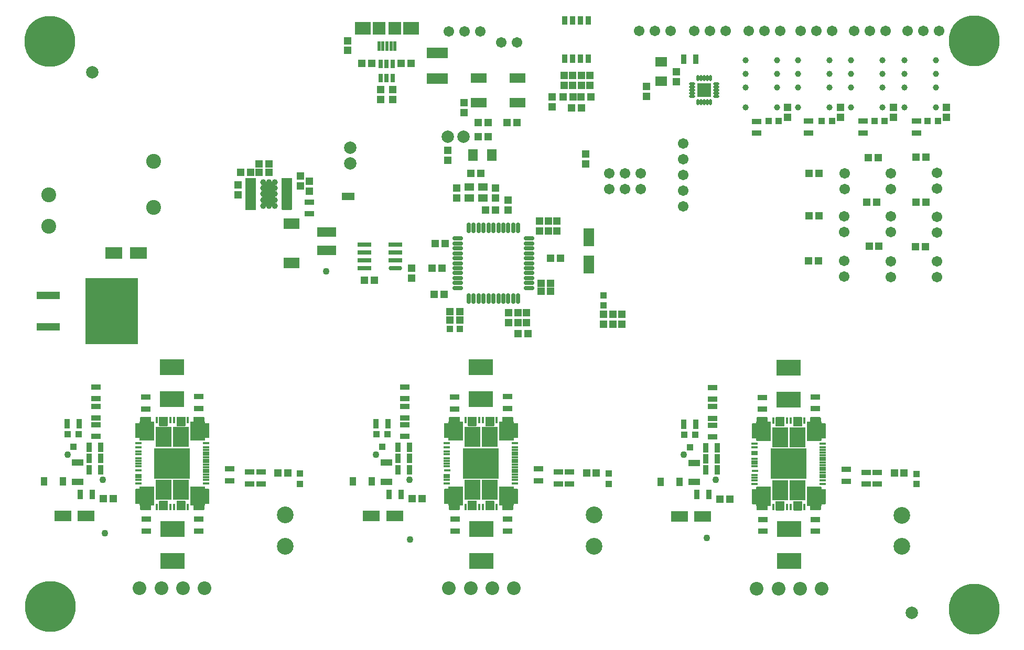
<source format=gts>
G04 Layer_Color=8388736*
%FSLAX44Y44*%
%MOMM*%
G71*
G01*
G75*
%ADD10C,1.1000*%
%ADD12C,1.0000*%
%ADD74R,0.8032X1.4032*%
%ADD75C,2.0000*%
%ADD76R,1.1532X1.2032*%
%ADD77R,0.9032X1.5032*%
%ADD78R,3.4032X1.7032*%
%ADD79R,1.5032X1.2032*%
%ADD80R,3.9032X2.6532*%
%ADD81R,2.5032X1.6032*%
%ADD82R,2.6032X3.3032*%
%ADD83R,5.8032X5.0032*%
%ADD84R,0.4032X0.9832*%
%ADD85R,0.9832X0.4032*%
%ADD86O,2.1832X0.7332*%
%ADD87R,2.1832X0.7332*%
%ADD88R,2.5032X2.1032*%
%ADD89R,2.0032X2.1032*%
%ADD90R,0.6032X1.6032*%
%ADD91R,1.2032X1.1532*%
%ADD92R,1.0032X1.0032*%
%ADD93R,1.9032X1.6032*%
%ADD94R,2.7032X1.9032*%
%ADD95R,3.7072X1.2192*%
%ADD96R,8.5832X10.6932*%
G04:AMPARAMS|DCode=97|XSize=0.6532mm|YSize=1.7032mm|CornerRadius=0.2141mm|HoleSize=0mm|Usage=FLASHONLY|Rotation=270.000|XOffset=0mm|YOffset=0mm|HoleType=Round|Shape=RoundedRectangle|*
%AMROUNDEDRECTD97*
21,1,0.6532,1.2750,0,0,270.0*
21,1,0.2250,1.7032,0,0,270.0*
1,1,0.4282,-0.6375,-0.1125*
1,1,0.4282,-0.6375,0.1125*
1,1,0.4282,0.6375,0.1125*
1,1,0.4282,0.6375,-0.1125*
%
%ADD97ROUNDEDRECTD97*%
%ADD98R,1.7032X0.6532*%
%ADD99R,2.1000X3.7000*%
%ADD100R,2.6032X1.7032*%
%ADD101R,3.1532X1.6032*%
%ADD102R,1.5032X0.9032*%
%ADD103R,1.0032X1.2032*%
%ADD104R,1.6032X1.9032*%
%ADD105O,0.7532X1.7032*%
%ADD106O,1.7032X0.7532*%
%ADD107R,1.0032X1.0032*%
%ADD108R,1.8032X3.0032*%
%ADD109O,0.4532X1.0032*%
%ADD110O,1.0032X0.4532*%
%ADD111R,2.3032X2.3032*%
%ADD112R,1.0032X1.1032*%
%ADD113R,1.0532X1.4032*%
%ADD114R,1.9052X1.1172*%
%ADD115R,2.7032X1.8032*%
%ADD116R,0.9632X1.4532*%
%ADD117C,2.4032*%
%ADD118C,1.7032*%
%ADD119C,1.0032*%
%ADD120C,2.0032*%
%ADD121C,2.2032*%
%ADD122C,2.7032*%
%ADD123C,8.2032*%
%ADD124C,0.8032*%
G36*
X298633Y244410D02*
X298764Y244384D01*
X298890Y244341D01*
X299009Y244282D01*
X299120Y244208D01*
X299220Y244120D01*
X299308Y244020D01*
X299382Y243909D01*
X299441Y243790D01*
X299483Y243664D01*
X299509Y243533D01*
X299518Y243400D01*
Y240518D01*
X305200Y240518D01*
X305333Y240509D01*
X305464Y240483D01*
X305590Y240441D01*
X305709Y240382D01*
X305820Y240308D01*
X305920Y240220D01*
X306008Y240120D01*
X306082Y240009D01*
X306141Y239890D01*
X306183Y239764D01*
X306209Y239633D01*
X306218Y239500D01*
Y217200D01*
X306209Y217067D01*
X306183Y216936D01*
X306141Y216810D01*
X306082Y216691D01*
X306008Y216580D01*
X305920Y216480D01*
X305820Y216392D01*
X305709Y216318D01*
X305590Y216259D01*
X305464Y216217D01*
X305333Y216191D01*
X305200Y216182D01*
X299618D01*
Y214500D01*
X299609Y214367D01*
X299583Y214237D01*
X299541Y214110D01*
X299482Y213991D01*
X299408Y213880D01*
X299320Y213780D01*
X299220Y213692D01*
X299109Y213618D01*
X298990Y213559D01*
X298864Y213517D01*
X298733Y213491D01*
X298600Y213482D01*
X298418D01*
Y207200D01*
X298409Y207067D01*
X298384Y206936D01*
X298341Y206810D01*
X298282Y206691D01*
X298208Y206580D01*
X298120Y206480D01*
X298020Y206392D01*
X297909Y206318D01*
X297790Y206259D01*
X297663Y206217D01*
X297533Y206190D01*
X297400Y206182D01*
X282100D01*
X281967Y206190D01*
X281836Y206217D01*
X281710Y206259D01*
X281591Y206318D01*
X281480Y206392D01*
X281380Y206480D01*
X281292Y206580D01*
X281218Y206691D01*
X281159Y206810D01*
X281117Y206936D01*
X281091Y207067D01*
X281082Y207200D01*
Y213482D01*
X276600D01*
X276467Y213491D01*
X276336Y213517D01*
X276210Y213559D01*
X276091Y213618D01*
X275980Y213692D01*
X275880Y213780D01*
X275792Y213880D01*
X275718Y213991D01*
X275659Y214110D01*
X275616Y214237D01*
X275590Y214367D01*
X275582Y214500D01*
Y243400D01*
X275590Y243533D01*
X275616Y243664D01*
X275659Y243790D01*
X275718Y243909D01*
X275792Y244020D01*
X275880Y244120D01*
X275980Y244208D01*
X276091Y244282D01*
X276210Y244341D01*
X276336Y244384D01*
X276467Y244410D01*
X276600Y244418D01*
X298500D01*
X298633Y244410D01*
D02*
G37*
G36*
X797293Y244410D02*
X797423Y244384D01*
X797550Y244341D01*
X797669Y244282D01*
X797780Y244208D01*
X797880Y244120D01*
X797968Y244020D01*
X798042Y243909D01*
X798101Y243790D01*
X798143Y243664D01*
X798169Y243533D01*
X798178Y243400D01*
Y240518D01*
X803860Y240518D01*
X803993Y240509D01*
X804124Y240483D01*
X804250Y240441D01*
X804369Y240382D01*
X804480Y240308D01*
X804580Y240220D01*
X804668Y240120D01*
X804742Y240009D01*
X804801Y239890D01*
X804843Y239764D01*
X804869Y239633D01*
X804878Y239500D01*
Y217200D01*
X804869Y217067D01*
X804843Y216936D01*
X804801Y216810D01*
X804742Y216691D01*
X804668Y216580D01*
X804580Y216480D01*
X804480Y216392D01*
X804369Y216318D01*
X804250Y216259D01*
X804124Y216217D01*
X803993Y216190D01*
X803860Y216182D01*
X798278D01*
Y214500D01*
X798269Y214367D01*
X798243Y214237D01*
X798201Y214110D01*
X798142Y213991D01*
X798068Y213880D01*
X797980Y213780D01*
X797880Y213692D01*
X797769Y213618D01*
X797650Y213559D01*
X797523Y213517D01*
X797393Y213491D01*
X797260Y213482D01*
X797078D01*
Y207200D01*
X797069Y207067D01*
X797043Y206936D01*
X797001Y206810D01*
X796942Y206691D01*
X796868Y206580D01*
X796780Y206480D01*
X796680Y206392D01*
X796569Y206318D01*
X796450Y206259D01*
X796323Y206217D01*
X796193Y206190D01*
X796060Y206182D01*
X780760D01*
X780627Y206190D01*
X780496Y206217D01*
X780370Y206259D01*
X780251Y206318D01*
X780140Y206392D01*
X780040Y206480D01*
X779952Y206580D01*
X779878Y206691D01*
X779819Y206810D01*
X779777Y206936D01*
X779751Y207067D01*
X779742Y207200D01*
Y213482D01*
X775260D01*
X775127Y213491D01*
X774996Y213517D01*
X774870Y213559D01*
X774751Y213618D01*
X774640Y213692D01*
X774540Y213780D01*
X774452Y213880D01*
X774378Y213991D01*
X774319Y214110D01*
X774277Y214237D01*
X774250Y214367D01*
X774242Y214500D01*
Y243400D01*
X774250Y243533D01*
X774277Y243664D01*
X774319Y243790D01*
X774378Y243909D01*
X774452Y244020D01*
X774540Y244120D01*
X774640Y244208D01*
X774751Y244282D01*
X774870Y244341D01*
X774996Y244384D01*
X775127Y244410D01*
X775260Y244418D01*
X797160D01*
X797293Y244410D01*
D02*
G37*
G36*
X267333Y221110D02*
X267463Y221084D01*
X267590Y221041D01*
X267709Y220982D01*
X267820Y220908D01*
X267920Y220820D01*
X268008Y220720D01*
X268082Y220609D01*
X268141Y220490D01*
X268183Y220364D01*
X268209Y220233D01*
X268218Y220100D01*
Y207100D01*
X268209Y206967D01*
X268183Y206836D01*
X268141Y206710D01*
X268082Y206591D01*
X268008Y206480D01*
X267920Y206380D01*
X267820Y206292D01*
X267709Y206218D01*
X267590Y206159D01*
X267463Y206117D01*
X267333Y206091D01*
X267200Y206082D01*
X254600D01*
X254467Y206091D01*
X254336Y206117D01*
X254210Y206159D01*
X254091Y206218D01*
X253980Y206292D01*
X253880Y206380D01*
X253792Y206480D01*
X253718Y206591D01*
X253659Y206710D01*
X253617Y206836D01*
X253591Y206967D01*
X253582Y207100D01*
Y220100D01*
X253591Y220233D01*
X253617Y220364D01*
X253659Y220490D01*
X253718Y220609D01*
X253792Y220720D01*
X253880Y220820D01*
X253980Y220908D01*
X254091Y220982D01*
X254210Y221041D01*
X254336Y221084D01*
X254467Y221110D01*
X254600Y221118D01*
X267200D01*
X267333Y221110D01*
D02*
G37*
G36*
X216933Y244410D02*
X217064Y244384D01*
X217190Y244341D01*
X217309Y244282D01*
X217420Y244208D01*
X217520Y244120D01*
X217608Y244020D01*
X217682Y243909D01*
X217741Y243790D01*
X217784Y243664D01*
X217810Y243533D01*
X217818Y243400D01*
Y214500D01*
X217810Y214367D01*
X217784Y214237D01*
X217741Y214110D01*
X217682Y213991D01*
X217608Y213880D01*
X217520Y213780D01*
X217420Y213692D01*
X217309Y213618D01*
X217190Y213559D01*
X217064Y213517D01*
X216933Y213491D01*
X216800Y213482D01*
X212318D01*
Y207200D01*
X212309Y207067D01*
X212283Y206936D01*
X212241Y206810D01*
X212182Y206691D01*
X212108Y206580D01*
X212020Y206480D01*
X211920Y206392D01*
X211809Y206318D01*
X211690Y206259D01*
X211563Y206217D01*
X211433Y206190D01*
X211300Y206182D01*
X196000D01*
X195867Y206190D01*
X195737Y206217D01*
X195610Y206259D01*
X195491Y206318D01*
X195380Y206392D01*
X195280Y206480D01*
X195192Y206580D01*
X195118Y206691D01*
X195059Y206810D01*
X195016Y206936D01*
X194991Y207067D01*
X194982Y207200D01*
Y213482D01*
X194800D01*
X194667Y213491D01*
X194536Y213517D01*
X194410Y213559D01*
X194291Y213618D01*
X194180Y213692D01*
X194080Y213780D01*
X193992Y213880D01*
X193918Y213991D01*
X193859Y214110D01*
X193817Y214237D01*
X193790Y214367D01*
X193782Y214500D01*
Y216182D01*
X188200Y216182D01*
X188067Y216191D01*
X187936Y216217D01*
X187810Y216259D01*
X187691Y216318D01*
X187580Y216392D01*
X187480Y216480D01*
X187392Y216580D01*
X187318Y216691D01*
X187259Y216810D01*
X187216Y216936D01*
X187190Y217067D01*
X187182Y217200D01*
Y239500D01*
X187190Y239633D01*
X187216Y239764D01*
X187259Y239890D01*
X187318Y240009D01*
X187392Y240120D01*
X187480Y240220D01*
X187580Y240308D01*
X187691Y240382D01*
X187810Y240441D01*
X187936Y240484D01*
X188067Y240510D01*
X188200Y240518D01*
X193882Y240518D01*
Y243400D01*
X193890Y243533D01*
X193916Y243664D01*
X193959Y243790D01*
X194018Y243909D01*
X194092Y244020D01*
X194180Y244120D01*
X194280Y244208D01*
X194391Y244282D01*
X194510Y244341D01*
X194636Y244384D01*
X194767Y244410D01*
X194900Y244418D01*
X216800D01*
X216933Y244410D01*
D02*
G37*
G36*
X715593Y244410D02*
X715723Y244384D01*
X715850Y244341D01*
X715969Y244282D01*
X716080Y244208D01*
X716180Y244120D01*
X716268Y244020D01*
X716342Y243909D01*
X716401Y243790D01*
X716443Y243664D01*
X716469Y243533D01*
X716478Y243400D01*
Y214500D01*
X716469Y214367D01*
X716443Y214237D01*
X716401Y214110D01*
X716342Y213991D01*
X716268Y213880D01*
X716180Y213780D01*
X716080Y213692D01*
X715969Y213618D01*
X715850Y213559D01*
X715723Y213517D01*
X715593Y213491D01*
X715460Y213482D01*
X710978D01*
Y207200D01*
X710969Y207067D01*
X710944Y206936D01*
X710901Y206810D01*
X710842Y206691D01*
X710768Y206580D01*
X710680Y206480D01*
X710580Y206392D01*
X710469Y206318D01*
X710350Y206259D01*
X710223Y206217D01*
X710093Y206190D01*
X709960Y206182D01*
X694660D01*
X694527Y206190D01*
X694397Y206217D01*
X694270Y206259D01*
X694151Y206318D01*
X694040Y206392D01*
X693940Y206480D01*
X693852Y206580D01*
X693778Y206691D01*
X693719Y206810D01*
X693677Y206936D01*
X693651Y207067D01*
X693642Y207200D01*
Y213482D01*
X693460D01*
X693327Y213491D01*
X693196Y213517D01*
X693070Y213559D01*
X692951Y213618D01*
X692840Y213692D01*
X692740Y213780D01*
X692652Y213880D01*
X692578Y213991D01*
X692519Y214110D01*
X692477Y214237D01*
X692450Y214367D01*
X692442Y214500D01*
Y216182D01*
X686860Y216182D01*
X686727Y216191D01*
X686596Y216217D01*
X686470Y216259D01*
X686351Y216318D01*
X686240Y216392D01*
X686140Y216480D01*
X686052Y216580D01*
X685978Y216691D01*
X685919Y216810D01*
X685876Y216936D01*
X685851Y217067D01*
X685842Y217200D01*
Y239500D01*
X685851Y239633D01*
X685876Y239764D01*
X685919Y239890D01*
X685978Y240009D01*
X686052Y240120D01*
X686140Y240220D01*
X686240Y240308D01*
X686351Y240382D01*
X686470Y240441D01*
X686596Y240484D01*
X686727Y240510D01*
X686860Y240518D01*
X692542Y240518D01*
Y243400D01*
X692551Y243533D01*
X692577Y243664D01*
X692619Y243790D01*
X692678Y243909D01*
X692752Y244020D01*
X692840Y244120D01*
X692940Y244208D01*
X693051Y244282D01*
X693170Y244341D01*
X693297Y244384D01*
X693427Y244410D01*
X693560Y244418D01*
X715460D01*
X715593Y244410D01*
D02*
G37*
G36*
X1212593Y243909D02*
X1212723Y243883D01*
X1212850Y243841D01*
X1212969Y243782D01*
X1213080Y243708D01*
X1213180Y243620D01*
X1213268Y243520D01*
X1213342Y243409D01*
X1213401Y243290D01*
X1213444Y243164D01*
X1213469Y243033D01*
X1213478Y242900D01*
Y214000D01*
X1213469Y213867D01*
X1213444Y213736D01*
X1213401Y213610D01*
X1213342Y213491D01*
X1213268Y213380D01*
X1213180Y213280D01*
X1213080Y213192D01*
X1212969Y213118D01*
X1212850Y213059D01*
X1212723Y213016D01*
X1212593Y212990D01*
X1212460Y212982D01*
X1207978D01*
Y206700D01*
X1207970Y206567D01*
X1207943Y206437D01*
X1207901Y206310D01*
X1207842Y206191D01*
X1207768Y206080D01*
X1207680Y205980D01*
X1207580Y205892D01*
X1207469Y205818D01*
X1207350Y205759D01*
X1207224Y205716D01*
X1207093Y205690D01*
X1206960Y205682D01*
X1191660D01*
X1191527Y205690D01*
X1191396Y205716D01*
X1191270Y205759D01*
X1191151Y205818D01*
X1191040Y205892D01*
X1190940Y205980D01*
X1190852Y206080D01*
X1190778Y206191D01*
X1190719Y206310D01*
X1190676Y206437D01*
X1190650Y206567D01*
X1190642Y206700D01*
Y212982D01*
X1190460D01*
X1190327Y212990D01*
X1190197Y213016D01*
X1190070Y213059D01*
X1189951Y213118D01*
X1189840Y213192D01*
X1189740Y213280D01*
X1189652Y213380D01*
X1189578Y213491D01*
X1189519Y213610D01*
X1189476Y213736D01*
X1189451Y213867D01*
X1189442Y214000D01*
Y215682D01*
X1183860Y215682D01*
X1183727Y215691D01*
X1183596Y215717D01*
X1183470Y215759D01*
X1183351Y215818D01*
X1183240Y215892D01*
X1183140Y215980D01*
X1183052Y216080D01*
X1182978Y216191D01*
X1182919Y216310D01*
X1182877Y216437D01*
X1182850Y216567D01*
X1182842Y216700D01*
Y239000D01*
X1182850Y239133D01*
X1182877Y239264D01*
X1182919Y239390D01*
X1182978Y239509D01*
X1183052Y239620D01*
X1183140Y239720D01*
X1183240Y239808D01*
X1183351Y239882D01*
X1183470Y239941D01*
X1183596Y239984D01*
X1183727Y240010D01*
X1183860Y240018D01*
X1189542Y240018D01*
Y242900D01*
X1189550Y243033D01*
X1189576Y243164D01*
X1189619Y243290D01*
X1189678Y243409D01*
X1189752Y243520D01*
X1189840Y243620D01*
X1189940Y243708D01*
X1190051Y243782D01*
X1190170Y243841D01*
X1190296Y243883D01*
X1190427Y243909D01*
X1190560Y243918D01*
X1212460D01*
X1212593Y243909D01*
D02*
G37*
G36*
X1294293D02*
X1294424Y243883D01*
X1294550Y243841D01*
X1294669Y243782D01*
X1294780Y243708D01*
X1294880Y243620D01*
X1294968Y243520D01*
X1295042Y243409D01*
X1295101Y243290D01*
X1295143Y243164D01*
X1295169Y243033D01*
X1295178Y242900D01*
Y240018D01*
X1300860Y240018D01*
X1300993Y240009D01*
X1301124Y239984D01*
X1301250Y239941D01*
X1301369Y239882D01*
X1301480Y239808D01*
X1301580Y239720D01*
X1301668Y239620D01*
X1301742Y239509D01*
X1301801Y239390D01*
X1301843Y239264D01*
X1301869Y239133D01*
X1301878Y239000D01*
Y216700D01*
X1301869Y216567D01*
X1301843Y216437D01*
X1301801Y216310D01*
X1301742Y216191D01*
X1301668Y216080D01*
X1301580Y215980D01*
X1301480Y215892D01*
X1301369Y215818D01*
X1301250Y215759D01*
X1301124Y215716D01*
X1300993Y215690D01*
X1300860Y215682D01*
X1295278D01*
Y214000D01*
X1295269Y213867D01*
X1295243Y213736D01*
X1295201Y213610D01*
X1295142Y213491D01*
X1295068Y213380D01*
X1294980Y213280D01*
X1294880Y213192D01*
X1294769Y213118D01*
X1294650Y213059D01*
X1294523Y213016D01*
X1294393Y212990D01*
X1294260Y212982D01*
X1294078D01*
Y206700D01*
X1294069Y206567D01*
X1294043Y206437D01*
X1294001Y206310D01*
X1293942Y206191D01*
X1293868Y206080D01*
X1293780Y205980D01*
X1293680Y205892D01*
X1293569Y205818D01*
X1293450Y205759D01*
X1293324Y205716D01*
X1293193Y205690D01*
X1293060Y205682D01*
X1277760D01*
X1277627Y205690D01*
X1277496Y205716D01*
X1277370Y205759D01*
X1277251Y205818D01*
X1277140Y205892D01*
X1277040Y205980D01*
X1276952Y206080D01*
X1276878Y206191D01*
X1276819Y206310D01*
X1276777Y206437D01*
X1276750Y206567D01*
X1276742Y206700D01*
Y212982D01*
X1272260D01*
X1272127Y212990D01*
X1271996Y213016D01*
X1271870Y213059D01*
X1271751Y213118D01*
X1271640Y213192D01*
X1271540Y213280D01*
X1271452Y213380D01*
X1271378Y213491D01*
X1271319Y213610D01*
X1271276Y213736D01*
X1271251Y213867D01*
X1271242Y214000D01*
Y242900D01*
X1271251Y243033D01*
X1271276Y243164D01*
X1271319Y243290D01*
X1271378Y243409D01*
X1271452Y243520D01*
X1271540Y243620D01*
X1271640Y243708D01*
X1271751Y243782D01*
X1271870Y243841D01*
X1271996Y243883D01*
X1272127Y243909D01*
X1272260Y243918D01*
X1294160D01*
X1294293Y243909D01*
D02*
G37*
G36*
X1262993Y220609D02*
X1263123Y220583D01*
X1263250Y220541D01*
X1263369Y220482D01*
X1263480Y220408D01*
X1263580Y220320D01*
X1263668Y220220D01*
X1263742Y220109D01*
X1263801Y219990D01*
X1263843Y219863D01*
X1263869Y219733D01*
X1263878Y219600D01*
Y206600D01*
X1263869Y206467D01*
X1263843Y206336D01*
X1263801Y206210D01*
X1263742Y206091D01*
X1263668Y205980D01*
X1263580Y205880D01*
X1263480Y205792D01*
X1263369Y205718D01*
X1263250Y205659D01*
X1263123Y205616D01*
X1262993Y205590D01*
X1262860Y205582D01*
X1250260D01*
X1250127Y205590D01*
X1249996Y205616D01*
X1249870Y205659D01*
X1249751Y205718D01*
X1249640Y205792D01*
X1249540Y205880D01*
X1249452Y205980D01*
X1249378Y206091D01*
X1249319Y206210D01*
X1249277Y206336D01*
X1249250Y206467D01*
X1249242Y206600D01*
Y219600D01*
X1249250Y219733D01*
X1249277Y219863D01*
X1249319Y219990D01*
X1249378Y220109D01*
X1249452Y220220D01*
X1249540Y220320D01*
X1249640Y220408D01*
X1249751Y220482D01*
X1249870Y220541D01*
X1249996Y220583D01*
X1250127Y220609D01*
X1250260Y220618D01*
X1262860D01*
X1262993Y220609D01*
D02*
G37*
G36*
X1234593D02*
X1234724Y220583D01*
X1234850Y220541D01*
X1234969Y220482D01*
X1235080Y220408D01*
X1235180Y220320D01*
X1235268Y220220D01*
X1235342Y220109D01*
X1235401Y219990D01*
X1235443Y219863D01*
X1235469Y219733D01*
X1235478Y219600D01*
Y206600D01*
X1235469Y206467D01*
X1235443Y206336D01*
X1235401Y206210D01*
X1235342Y206091D01*
X1235268Y205980D01*
X1235180Y205880D01*
X1235080Y205792D01*
X1234969Y205718D01*
X1234850Y205659D01*
X1234724Y205616D01*
X1234593Y205590D01*
X1234460Y205582D01*
X1221860D01*
X1221727Y205590D01*
X1221597Y205616D01*
X1221470Y205659D01*
X1221351Y205718D01*
X1221240Y205792D01*
X1221140Y205880D01*
X1221052Y205980D01*
X1220978Y206091D01*
X1220919Y206210D01*
X1220876Y206336D01*
X1220851Y206467D01*
X1220842Y206600D01*
Y219600D01*
X1220851Y219733D01*
X1220876Y219863D01*
X1220919Y219990D01*
X1220978Y220109D01*
X1221052Y220220D01*
X1221140Y220320D01*
X1221240Y220408D01*
X1221351Y220482D01*
X1221470Y220541D01*
X1221597Y220583D01*
X1221727Y220609D01*
X1221860Y220618D01*
X1234460D01*
X1234593Y220609D01*
D02*
G37*
G36*
X238933Y221110D02*
X239063Y221084D01*
X239190Y221041D01*
X239309Y220982D01*
X239420Y220908D01*
X239520Y220820D01*
X239608Y220720D01*
X239682Y220609D01*
X239741Y220490D01*
X239783Y220364D01*
X239809Y220233D01*
X239818Y220100D01*
Y207100D01*
X239809Y206967D01*
X239783Y206836D01*
X239741Y206710D01*
X239682Y206591D01*
X239608Y206480D01*
X239520Y206380D01*
X239420Y206292D01*
X239309Y206218D01*
X239190Y206159D01*
X239063Y206117D01*
X238933Y206091D01*
X238800Y206082D01*
X226200D01*
X226067Y206091D01*
X225937Y206117D01*
X225810Y206159D01*
X225691Y206218D01*
X225580Y206292D01*
X225480Y206380D01*
X225392Y206480D01*
X225318Y206591D01*
X225259Y206710D01*
X225217Y206836D01*
X225191Y206967D01*
X225182Y207100D01*
Y220100D01*
X225191Y220233D01*
X225217Y220364D01*
X225259Y220490D01*
X225318Y220609D01*
X225392Y220720D01*
X225480Y220820D01*
X225580Y220908D01*
X225691Y220982D01*
X225810Y221041D01*
X225937Y221084D01*
X226067Y221110D01*
X226200Y221118D01*
X238800D01*
X238933Y221110D01*
D02*
G37*
G36*
X765993Y221110D02*
X766124Y221084D01*
X766250Y221041D01*
X766369Y220982D01*
X766480Y220908D01*
X766580Y220820D01*
X766668Y220720D01*
X766742Y220609D01*
X766801Y220490D01*
X766843Y220364D01*
X766869Y220233D01*
X766878Y220100D01*
Y207100D01*
X766869Y206967D01*
X766843Y206836D01*
X766801Y206710D01*
X766742Y206591D01*
X766668Y206480D01*
X766580Y206380D01*
X766480Y206292D01*
X766369Y206218D01*
X766250Y206159D01*
X766124Y206117D01*
X765993Y206091D01*
X765860Y206082D01*
X753260D01*
X753127Y206091D01*
X752997Y206117D01*
X752870Y206159D01*
X752751Y206218D01*
X752640Y206292D01*
X752540Y206380D01*
X752452Y206480D01*
X752378Y206591D01*
X752319Y206710D01*
X752277Y206836D01*
X752251Y206967D01*
X752242Y207100D01*
Y220100D01*
X752251Y220233D01*
X752277Y220364D01*
X752319Y220490D01*
X752378Y220609D01*
X752452Y220720D01*
X752540Y220820D01*
X752640Y220908D01*
X752751Y220982D01*
X752870Y221041D01*
X752997Y221084D01*
X753127Y221110D01*
X753260Y221118D01*
X765860D01*
X765993Y221110D01*
D02*
G37*
G36*
X737593D02*
X737723Y221084D01*
X737850Y221041D01*
X737969Y220982D01*
X738080Y220908D01*
X738180Y220820D01*
X738268Y220720D01*
X738342Y220609D01*
X738401Y220490D01*
X738444Y220364D01*
X738469Y220233D01*
X738478Y220100D01*
Y207100D01*
X738469Y206967D01*
X738444Y206836D01*
X738401Y206710D01*
X738342Y206591D01*
X738268Y206480D01*
X738180Y206380D01*
X738080Y206292D01*
X737969Y206218D01*
X737850Y206159D01*
X737723Y206117D01*
X737593Y206091D01*
X737460Y206082D01*
X724860D01*
X724727Y206091D01*
X724596Y206117D01*
X724470Y206159D01*
X724351Y206218D01*
X724240Y206292D01*
X724140Y206380D01*
X724052Y206480D01*
X723978Y206591D01*
X723919Y206710D01*
X723876Y206836D01*
X723850Y206967D01*
X723842Y207100D01*
Y220100D01*
X723850Y220233D01*
X723876Y220364D01*
X723919Y220490D01*
X723978Y220609D01*
X724052Y220720D01*
X724140Y220820D01*
X724240Y220908D01*
X724351Y220982D01*
X724470Y221041D01*
X724596Y221084D01*
X724727Y221110D01*
X724860Y221118D01*
X737460D01*
X737593Y221110D01*
D02*
G37*
G36*
X737593Y356909D02*
X737723Y356884D01*
X737850Y356841D01*
X737969Y356782D01*
X738080Y356708D01*
X738180Y356620D01*
X738268Y356520D01*
X738342Y356409D01*
X738401Y356290D01*
X738443Y356163D01*
X738469Y356033D01*
X738478Y355900D01*
Y342900D01*
X738469Y342767D01*
X738443Y342636D01*
X738401Y342510D01*
X738342Y342391D01*
X738268Y342280D01*
X738180Y342180D01*
X738080Y342092D01*
X737969Y342018D01*
X737850Y341959D01*
X737723Y341917D01*
X737593Y341890D01*
X737460Y341882D01*
X724860D01*
X724727Y341890D01*
X724596Y341917D01*
X724470Y341959D01*
X724351Y342018D01*
X724240Y342092D01*
X724140Y342180D01*
X724052Y342280D01*
X723978Y342391D01*
X723919Y342510D01*
X723876Y342636D01*
X723850Y342767D01*
X723842Y342900D01*
Y355900D01*
X723850Y356033D01*
X723876Y356163D01*
X723919Y356290D01*
X723978Y356409D01*
X724052Y356520D01*
X724140Y356620D01*
X724240Y356708D01*
X724351Y356782D01*
X724470Y356841D01*
X724596Y356884D01*
X724727Y356909D01*
X724860Y356918D01*
X737460D01*
X737593Y356909D01*
D02*
G37*
G36*
X1262993Y356409D02*
X1263123Y356384D01*
X1263250Y356341D01*
X1263369Y356282D01*
X1263480Y356208D01*
X1263580Y356120D01*
X1263668Y356020D01*
X1263742Y355909D01*
X1263801Y355790D01*
X1263843Y355663D01*
X1263869Y355533D01*
X1263878Y355400D01*
Y342400D01*
X1263869Y342267D01*
X1263843Y342136D01*
X1263801Y342010D01*
X1263742Y341891D01*
X1263668Y341780D01*
X1263580Y341680D01*
X1263480Y341592D01*
X1263369Y341518D01*
X1263250Y341459D01*
X1263123Y341417D01*
X1262993Y341390D01*
X1262860Y341382D01*
X1250260D01*
X1250127Y341390D01*
X1249996Y341417D01*
X1249870Y341459D01*
X1249751Y341518D01*
X1249640Y341592D01*
X1249540Y341680D01*
X1249452Y341780D01*
X1249378Y341891D01*
X1249319Y342010D01*
X1249277Y342136D01*
X1249250Y342267D01*
X1249242Y342400D01*
Y355400D01*
X1249250Y355533D01*
X1249277Y355663D01*
X1249319Y355790D01*
X1249378Y355909D01*
X1249452Y356020D01*
X1249540Y356120D01*
X1249640Y356208D01*
X1249751Y356282D01*
X1249870Y356341D01*
X1249996Y356384D01*
X1250127Y356409D01*
X1250260Y356418D01*
X1262860D01*
X1262993Y356409D01*
D02*
G37*
G36*
X1234593Y356409D02*
X1234724Y356384D01*
X1234850Y356341D01*
X1234969Y356282D01*
X1235080Y356208D01*
X1235180Y356120D01*
X1235268Y356020D01*
X1235342Y355909D01*
X1235401Y355790D01*
X1235443Y355663D01*
X1235469Y355533D01*
X1235478Y355400D01*
Y342400D01*
X1235469Y342267D01*
X1235443Y342136D01*
X1235401Y342010D01*
X1235342Y341891D01*
X1235268Y341780D01*
X1235180Y341680D01*
X1235080Y341592D01*
X1234969Y341518D01*
X1234850Y341459D01*
X1234724Y341417D01*
X1234593Y341390D01*
X1234460Y341382D01*
X1221860D01*
X1221727Y341390D01*
X1221596Y341417D01*
X1221470Y341459D01*
X1221351Y341518D01*
X1221240Y341592D01*
X1221140Y341680D01*
X1221052Y341780D01*
X1220978Y341891D01*
X1220919Y342010D01*
X1220876Y342136D01*
X1220851Y342267D01*
X1220842Y342400D01*
Y355400D01*
X1220851Y355533D01*
X1220876Y355663D01*
X1220919Y355790D01*
X1220978Y355909D01*
X1221052Y356020D01*
X1221140Y356120D01*
X1221240Y356208D01*
X1221351Y356282D01*
X1221470Y356341D01*
X1221596Y356384D01*
X1221727Y356409D01*
X1221860Y356418D01*
X1234460D01*
X1234593Y356409D01*
D02*
G37*
G36*
X267333Y356909D02*
X267463Y356884D01*
X267590Y356841D01*
X267709Y356782D01*
X267820Y356708D01*
X267920Y356620D01*
X268008Y356520D01*
X268082Y356409D01*
X268141Y356290D01*
X268183Y356163D01*
X268209Y356033D01*
X268218Y355900D01*
Y342900D01*
X268209Y342767D01*
X268183Y342636D01*
X268141Y342510D01*
X268082Y342391D01*
X268008Y342280D01*
X267920Y342180D01*
X267820Y342092D01*
X267709Y342018D01*
X267590Y341959D01*
X267463Y341917D01*
X267333Y341891D01*
X267200Y341882D01*
X254600D01*
X254467Y341891D01*
X254336Y341917D01*
X254210Y341959D01*
X254091Y342018D01*
X253980Y342092D01*
X253880Y342180D01*
X253792Y342280D01*
X253718Y342391D01*
X253659Y342510D01*
X253617Y342636D01*
X253591Y342767D01*
X253582Y342900D01*
Y355900D01*
X253591Y356033D01*
X253617Y356163D01*
X253659Y356290D01*
X253718Y356409D01*
X253792Y356520D01*
X253880Y356620D01*
X253980Y356708D01*
X254091Y356782D01*
X254210Y356841D01*
X254336Y356884D01*
X254467Y356909D01*
X254600Y356918D01*
X267200D01*
X267333Y356909D01*
D02*
G37*
G36*
X765993Y356909D02*
X766124Y356884D01*
X766250Y356841D01*
X766369Y356782D01*
X766480Y356708D01*
X766580Y356620D01*
X766668Y356520D01*
X766742Y356409D01*
X766801Y356290D01*
X766843Y356163D01*
X766869Y356033D01*
X766878Y355900D01*
Y342900D01*
X766869Y342767D01*
X766843Y342636D01*
X766801Y342510D01*
X766742Y342391D01*
X766668Y342280D01*
X766580Y342180D01*
X766480Y342092D01*
X766369Y342018D01*
X766250Y341959D01*
X766124Y341917D01*
X765993Y341890D01*
X765860Y341882D01*
X753260D01*
X753127Y341890D01*
X752997Y341917D01*
X752870Y341959D01*
X752751Y342018D01*
X752640Y342092D01*
X752540Y342180D01*
X752452Y342280D01*
X752378Y342391D01*
X752319Y342510D01*
X752277Y342636D01*
X752251Y342767D01*
X752242Y342900D01*
Y355900D01*
X752251Y356033D01*
X752277Y356163D01*
X752319Y356290D01*
X752378Y356409D01*
X752452Y356520D01*
X752540Y356620D01*
X752640Y356708D01*
X752751Y356782D01*
X752870Y356841D01*
X752997Y356884D01*
X753127Y356909D01*
X753260Y356918D01*
X765860D01*
X765993Y356909D01*
D02*
G37*
G36*
X238933D02*
X239063Y356884D01*
X239190Y356841D01*
X239309Y356782D01*
X239420Y356708D01*
X239520Y356620D01*
X239608Y356520D01*
X239682Y356409D01*
X239741Y356290D01*
X239783Y356163D01*
X239809Y356033D01*
X239818Y355900D01*
Y342900D01*
X239809Y342767D01*
X239783Y342636D01*
X239741Y342510D01*
X239682Y342391D01*
X239608Y342280D01*
X239520Y342180D01*
X239420Y342092D01*
X239309Y342018D01*
X239190Y341959D01*
X239063Y341917D01*
X238933Y341890D01*
X238800Y341882D01*
X226200D01*
X226067Y341890D01*
X225937Y341917D01*
X225810Y341959D01*
X225691Y342018D01*
X225580Y342092D01*
X225480Y342180D01*
X225392Y342280D01*
X225318Y342391D01*
X225259Y342510D01*
X225217Y342636D01*
X225191Y342767D01*
X225182Y342900D01*
Y355900D01*
X225191Y356033D01*
X225217Y356163D01*
X225259Y356290D01*
X225318Y356409D01*
X225392Y356520D01*
X225480Y356620D01*
X225580Y356708D01*
X225691Y356782D01*
X225810Y356841D01*
X225937Y356884D01*
X226067Y356909D01*
X226200Y356918D01*
X238800D01*
X238933Y356909D01*
D02*
G37*
G36*
X710093Y356810D02*
X710223Y356783D01*
X710350Y356741D01*
X710469Y356682D01*
X710580Y356608D01*
X710680Y356520D01*
X710768Y356420D01*
X710842Y356309D01*
X710901Y356190D01*
X710944Y356063D01*
X710969Y355933D01*
X710978Y355800D01*
Y349518D01*
X715460D01*
X715593Y349510D01*
X715723Y349483D01*
X715850Y349441D01*
X715969Y349382D01*
X716080Y349308D01*
X716180Y349220D01*
X716268Y349120D01*
X716342Y349009D01*
X716401Y348890D01*
X716443Y348764D01*
X716469Y348633D01*
X716478Y348500D01*
Y319600D01*
X716469Y319467D01*
X716443Y319336D01*
X716401Y319210D01*
X716342Y319091D01*
X716268Y318980D01*
X716180Y318880D01*
X716080Y318792D01*
X715969Y318718D01*
X715850Y318659D01*
X715723Y318617D01*
X715593Y318591D01*
X715460Y318582D01*
X693560D01*
X693427Y318591D01*
X693297Y318617D01*
X693170Y318659D01*
X693051Y318718D01*
X692940Y318792D01*
X692840Y318880D01*
X692752Y318980D01*
X692678Y319091D01*
X692619Y319210D01*
X692577Y319336D01*
X692551Y319467D01*
X692542Y319600D01*
Y322482D01*
X686860Y322482D01*
X686727Y322491D01*
X686597Y322517D01*
X686470Y322559D01*
X686351Y322618D01*
X686240Y322692D01*
X686140Y322780D01*
X686052Y322880D01*
X685978Y322991D01*
X685919Y323110D01*
X685876Y323236D01*
X685851Y323367D01*
X685842Y323500D01*
Y345800D01*
X685851Y345933D01*
X685876Y346063D01*
X685919Y346190D01*
X685978Y346309D01*
X686052Y346420D01*
X686140Y346520D01*
X686240Y346608D01*
X686351Y346682D01*
X686470Y346741D01*
X686597Y346783D01*
X686727Y346810D01*
X686860Y346818D01*
X692442D01*
Y348500D01*
X692450Y348633D01*
X692477Y348764D01*
X692519Y348890D01*
X692578Y349009D01*
X692652Y349120D01*
X692740Y349220D01*
X692840Y349308D01*
X692951Y349382D01*
X693070Y349441D01*
X693196Y349483D01*
X693327Y349510D01*
X693460Y349518D01*
X693642D01*
Y355800D01*
X693651Y355933D01*
X693677Y356063D01*
X693719Y356190D01*
X693778Y356309D01*
X693852Y356420D01*
X693940Y356520D01*
X694040Y356608D01*
X694151Y356682D01*
X694270Y356741D01*
X694397Y356783D01*
X694527Y356810D01*
X694660Y356818D01*
X709960D01*
X710093Y356810D01*
D02*
G37*
G36*
X1293193Y356310D02*
X1293324Y356283D01*
X1293450Y356241D01*
X1293569Y356182D01*
X1293680Y356108D01*
X1293780Y356020D01*
X1293868Y355920D01*
X1293942Y355809D01*
X1294001Y355690D01*
X1294043Y355564D01*
X1294069Y355433D01*
X1294078Y355300D01*
Y349018D01*
X1294260D01*
X1294393Y349010D01*
X1294523Y348983D01*
X1294650Y348941D01*
X1294769Y348882D01*
X1294880Y348808D01*
X1294980Y348720D01*
X1295068Y348620D01*
X1295142Y348509D01*
X1295201Y348390D01*
X1295243Y348264D01*
X1295269Y348133D01*
X1295278Y348000D01*
Y346318D01*
X1300860D01*
X1300993Y346310D01*
X1301124Y346283D01*
X1301250Y346241D01*
X1301369Y346182D01*
X1301480Y346108D01*
X1301580Y346020D01*
X1301668Y345920D01*
X1301742Y345809D01*
X1301801Y345690D01*
X1301843Y345564D01*
X1301869Y345433D01*
X1301878Y345300D01*
Y323000D01*
X1301869Y322867D01*
X1301843Y322737D01*
X1301801Y322610D01*
X1301742Y322491D01*
X1301668Y322380D01*
X1301580Y322280D01*
X1301480Y322192D01*
X1301369Y322118D01*
X1301250Y322059D01*
X1301124Y322016D01*
X1300993Y321991D01*
X1300860Y321982D01*
X1295178D01*
Y319100D01*
X1295169Y318967D01*
X1295143Y318836D01*
X1295101Y318710D01*
X1295042Y318591D01*
X1294968Y318480D01*
X1294880Y318380D01*
X1294780Y318292D01*
X1294669Y318218D01*
X1294550Y318159D01*
X1294424Y318116D01*
X1294293Y318090D01*
X1294160Y318082D01*
X1272260D01*
X1272127Y318090D01*
X1271996Y318116D01*
X1271870Y318159D01*
X1271751Y318218D01*
X1271640Y318292D01*
X1271540Y318380D01*
X1271452Y318480D01*
X1271378Y318591D01*
X1271319Y318710D01*
X1271276Y318836D01*
X1271251Y318967D01*
X1271242Y319100D01*
Y348000D01*
X1271251Y348133D01*
X1271276Y348264D01*
X1271319Y348390D01*
X1271378Y348509D01*
X1271452Y348620D01*
X1271540Y348720D01*
X1271640Y348808D01*
X1271751Y348882D01*
X1271870Y348941D01*
X1271996Y348983D01*
X1272127Y349010D01*
X1272260Y349018D01*
X1276742D01*
Y355300D01*
X1276750Y355433D01*
X1276777Y355564D01*
X1276819Y355690D01*
X1276878Y355809D01*
X1276952Y355920D01*
X1277040Y356020D01*
X1277140Y356108D01*
X1277251Y356182D01*
X1277370Y356241D01*
X1277496Y356283D01*
X1277627Y356310D01*
X1277760Y356318D01*
X1293060D01*
X1293193Y356310D01*
D02*
G37*
G36*
X1207093D02*
X1207224Y356283D01*
X1207350Y356241D01*
X1207469Y356182D01*
X1207580Y356108D01*
X1207680Y356020D01*
X1207768Y355920D01*
X1207842Y355809D01*
X1207901Y355690D01*
X1207943Y355564D01*
X1207970Y355433D01*
X1207978Y355300D01*
Y349018D01*
X1212460D01*
X1212593Y349010D01*
X1212723Y348983D01*
X1212850Y348941D01*
X1212969Y348882D01*
X1213080Y348808D01*
X1213180Y348720D01*
X1213268Y348620D01*
X1213342Y348509D01*
X1213401Y348390D01*
X1213444Y348264D01*
X1213469Y348133D01*
X1213478Y348000D01*
Y319100D01*
X1213469Y318967D01*
X1213444Y318836D01*
X1213401Y318710D01*
X1213342Y318591D01*
X1213268Y318480D01*
X1213180Y318380D01*
X1213080Y318292D01*
X1212969Y318218D01*
X1212850Y318159D01*
X1212723Y318116D01*
X1212593Y318090D01*
X1212460Y318082D01*
X1190560D01*
X1190427Y318090D01*
X1190296Y318116D01*
X1190170Y318159D01*
X1190051Y318218D01*
X1189940Y318292D01*
X1189840Y318380D01*
X1189752Y318480D01*
X1189678Y318591D01*
X1189619Y318710D01*
X1189576Y318836D01*
X1189550Y318967D01*
X1189542Y319100D01*
Y321982D01*
X1183860Y321982D01*
X1183727Y321991D01*
X1183596Y322016D01*
X1183470Y322059D01*
X1183351Y322118D01*
X1183240Y322192D01*
X1183140Y322280D01*
X1183052Y322380D01*
X1182978Y322491D01*
X1182919Y322610D01*
X1182877Y322736D01*
X1182850Y322867D01*
X1182842Y323000D01*
Y345300D01*
X1182850Y345433D01*
X1182877Y345564D01*
X1182919Y345690D01*
X1182978Y345809D01*
X1183052Y345920D01*
X1183140Y346020D01*
X1183240Y346108D01*
X1183351Y346182D01*
X1183470Y346241D01*
X1183596Y346283D01*
X1183727Y346310D01*
X1183860Y346318D01*
X1189442D01*
Y348000D01*
X1189451Y348133D01*
X1189476Y348264D01*
X1189519Y348390D01*
X1189578Y348509D01*
X1189652Y348620D01*
X1189740Y348720D01*
X1189840Y348808D01*
X1189951Y348882D01*
X1190070Y348941D01*
X1190197Y348983D01*
X1190327Y349010D01*
X1190460Y349018D01*
X1190642D01*
Y355300D01*
X1190650Y355433D01*
X1190676Y355564D01*
X1190719Y355690D01*
X1190778Y355809D01*
X1190852Y355920D01*
X1190940Y356020D01*
X1191040Y356108D01*
X1191151Y356182D01*
X1191270Y356241D01*
X1191396Y356283D01*
X1191527Y356310D01*
X1191660Y356318D01*
X1206960D01*
X1207093Y356310D01*
D02*
G37*
G36*
X297533Y356810D02*
X297663Y356783D01*
X297790Y356741D01*
X297909Y356682D01*
X298020Y356608D01*
X298120Y356520D01*
X298208Y356420D01*
X298282Y356309D01*
X298341Y356190D01*
X298384Y356064D01*
X298409Y355933D01*
X298418Y355800D01*
Y349518D01*
X298600D01*
X298733Y349510D01*
X298864Y349483D01*
X298990Y349441D01*
X299109Y349382D01*
X299220Y349308D01*
X299320Y349220D01*
X299408Y349120D01*
X299482Y349009D01*
X299541Y348890D01*
X299583Y348764D01*
X299609Y348633D01*
X299618Y348500D01*
Y346818D01*
X305200D01*
X305333Y346810D01*
X305464Y346783D01*
X305590Y346741D01*
X305709Y346682D01*
X305820Y346608D01*
X305920Y346520D01*
X306008Y346420D01*
X306082Y346309D01*
X306141Y346190D01*
X306183Y346063D01*
X306209Y345933D01*
X306218Y345800D01*
Y323500D01*
X306209Y323367D01*
X306183Y323237D01*
X306141Y323110D01*
X306082Y322991D01*
X306008Y322880D01*
X305920Y322780D01*
X305820Y322692D01*
X305709Y322618D01*
X305590Y322559D01*
X305464Y322517D01*
X305333Y322491D01*
X305200Y322482D01*
X299518D01*
Y319600D01*
X299509Y319467D01*
X299483Y319336D01*
X299441Y319210D01*
X299382Y319091D01*
X299308Y318980D01*
X299220Y318880D01*
X299120Y318792D01*
X299009Y318718D01*
X298890Y318659D01*
X298764Y318617D01*
X298633Y318591D01*
X298500Y318582D01*
X276600D01*
X276467Y318591D01*
X276336Y318617D01*
X276210Y318659D01*
X276091Y318718D01*
X275980Y318792D01*
X275880Y318880D01*
X275792Y318980D01*
X275718Y319091D01*
X275659Y319210D01*
X275616Y319336D01*
X275590Y319467D01*
X275582Y319600D01*
Y348500D01*
X275590Y348633D01*
X275616Y348764D01*
X275659Y348890D01*
X275718Y349009D01*
X275792Y349120D01*
X275880Y349220D01*
X275980Y349308D01*
X276091Y349382D01*
X276210Y349441D01*
X276336Y349483D01*
X276467Y349510D01*
X276600Y349518D01*
X281082D01*
Y355800D01*
X281091Y355933D01*
X281117Y356064D01*
X281159Y356190D01*
X281218Y356309D01*
X281292Y356420D01*
X281380Y356520D01*
X281480Y356608D01*
X281591Y356682D01*
X281710Y356741D01*
X281836Y356783D01*
X281967Y356810D01*
X282100Y356818D01*
X297400D01*
X297533Y356810D01*
D02*
G37*
G36*
X211433D02*
X211563Y356783D01*
X211690Y356741D01*
X211809Y356682D01*
X211920Y356608D01*
X212020Y356520D01*
X212108Y356420D01*
X212182Y356309D01*
X212241Y356190D01*
X212283Y356064D01*
X212309Y355933D01*
X212318Y355800D01*
Y349518D01*
X216800D01*
X216933Y349510D01*
X217064Y349483D01*
X217190Y349441D01*
X217309Y349382D01*
X217420Y349308D01*
X217520Y349220D01*
X217608Y349120D01*
X217682Y349009D01*
X217741Y348890D01*
X217784Y348764D01*
X217810Y348633D01*
X217818Y348500D01*
Y319600D01*
X217810Y319467D01*
X217784Y319336D01*
X217741Y319210D01*
X217682Y319091D01*
X217608Y318980D01*
X217520Y318880D01*
X217420Y318792D01*
X217309Y318718D01*
X217190Y318659D01*
X217064Y318617D01*
X216933Y318591D01*
X216800Y318582D01*
X194900D01*
X194767Y318591D01*
X194636Y318617D01*
X194510Y318659D01*
X194391Y318718D01*
X194280Y318792D01*
X194180Y318880D01*
X194092Y318980D01*
X194018Y319091D01*
X193959Y319210D01*
X193916Y319336D01*
X193890Y319467D01*
X193882Y319600D01*
Y322482D01*
X188200Y322482D01*
X188067Y322491D01*
X187936Y322517D01*
X187810Y322559D01*
X187691Y322618D01*
X187580Y322692D01*
X187480Y322780D01*
X187392Y322880D01*
X187318Y322991D01*
X187259Y323110D01*
X187216Y323237D01*
X187190Y323367D01*
X187182Y323500D01*
Y345800D01*
X187190Y345933D01*
X187216Y346063D01*
X187259Y346190D01*
X187318Y346309D01*
X187392Y346420D01*
X187480Y346520D01*
X187580Y346608D01*
X187691Y346682D01*
X187810Y346741D01*
X187936Y346783D01*
X188067Y346810D01*
X188200Y346818D01*
X193782D01*
Y348500D01*
X193790Y348633D01*
X193817Y348764D01*
X193859Y348890D01*
X193918Y349009D01*
X193992Y349120D01*
X194080Y349220D01*
X194180Y349308D01*
X194291Y349382D01*
X194410Y349441D01*
X194536Y349483D01*
X194667Y349510D01*
X194800Y349518D01*
X194982D01*
Y355800D01*
X194991Y355933D01*
X195016Y356064D01*
X195059Y356190D01*
X195118Y356309D01*
X195192Y356420D01*
X195280Y356520D01*
X195380Y356608D01*
X195491Y356682D01*
X195610Y356741D01*
X195737Y356783D01*
X195867Y356810D01*
X196000Y356818D01*
X211300D01*
X211433Y356810D01*
D02*
G37*
G36*
X796193Y356810D02*
X796323Y356783D01*
X796450Y356741D01*
X796569Y356682D01*
X796680Y356608D01*
X796780Y356520D01*
X796868Y356420D01*
X796942Y356309D01*
X797001Y356190D01*
X797043Y356063D01*
X797069Y355933D01*
X797078Y355800D01*
Y349518D01*
X797260D01*
X797393Y349510D01*
X797523Y349483D01*
X797650Y349441D01*
X797769Y349382D01*
X797880Y349308D01*
X797980Y349220D01*
X798068Y349120D01*
X798142Y349009D01*
X798201Y348890D01*
X798243Y348764D01*
X798269Y348633D01*
X798278Y348500D01*
Y346818D01*
X803860D01*
X803993Y346810D01*
X804124Y346783D01*
X804250Y346741D01*
X804369Y346682D01*
X804480Y346608D01*
X804580Y346520D01*
X804668Y346420D01*
X804742Y346309D01*
X804801Y346190D01*
X804843Y346063D01*
X804869Y345933D01*
X804878Y345800D01*
Y323500D01*
X804869Y323367D01*
X804843Y323237D01*
X804801Y323110D01*
X804742Y322991D01*
X804668Y322880D01*
X804580Y322780D01*
X804480Y322692D01*
X804369Y322618D01*
X804250Y322559D01*
X804124Y322517D01*
X803993Y322491D01*
X803860Y322482D01*
X798178D01*
Y319600D01*
X798169Y319467D01*
X798143Y319336D01*
X798101Y319210D01*
X798042Y319091D01*
X797968Y318980D01*
X797880Y318880D01*
X797780Y318792D01*
X797669Y318718D01*
X797550Y318659D01*
X797423Y318617D01*
X797293Y318591D01*
X797160Y318582D01*
X775260D01*
X775127Y318591D01*
X774996Y318617D01*
X774870Y318659D01*
X774751Y318718D01*
X774640Y318792D01*
X774540Y318880D01*
X774452Y318980D01*
X774378Y319091D01*
X774319Y319210D01*
X774277Y319336D01*
X774250Y319467D01*
X774242Y319600D01*
Y348500D01*
X774250Y348633D01*
X774277Y348764D01*
X774319Y348890D01*
X774378Y349009D01*
X774452Y349120D01*
X774540Y349220D01*
X774640Y349308D01*
X774751Y349382D01*
X774870Y349441D01*
X774996Y349483D01*
X775127Y349510D01*
X775260Y349518D01*
X779742D01*
Y355800D01*
X779751Y355933D01*
X779777Y356063D01*
X779819Y356190D01*
X779878Y356309D01*
X779952Y356420D01*
X780040Y356520D01*
X780140Y356608D01*
X780251Y356682D01*
X780370Y356741D01*
X780496Y356783D01*
X780627Y356810D01*
X780760Y356818D01*
X796060D01*
X796193Y356810D01*
D02*
G37*
D10*
X630000Y255500D02*
D03*
X575500Y295500D02*
D03*
X134500Y255500D02*
D03*
X77500Y295500D02*
D03*
X138000Y169000D02*
D03*
X631000Y159000D02*
D03*
X1110000Y161000D02*
D03*
X1124072Y255000D02*
D03*
X1072500Y295500D02*
D03*
X495000Y592500D02*
D03*
D12*
X206700Y228500D02*
D03*
X205700Y334500D02*
D03*
X286700Y336500D02*
D03*
X287700Y228500D02*
D03*
X786360Y228500D02*
D03*
X785360Y336500D02*
D03*
X704360Y334500D02*
D03*
X705360Y228500D02*
D03*
X1202360Y228000D02*
D03*
X1201360Y334000D02*
D03*
X1282360Y336000D02*
D03*
X1283360Y228000D02*
D03*
D74*
X583500Y927500D02*
D03*
X593000D02*
D03*
X602500D02*
D03*
Y904500D02*
D03*
X593000D02*
D03*
X583500D02*
D03*
D75*
X1441000Y40000D02*
D03*
X117500Y914000D02*
D03*
D76*
X557000Y578000D02*
D03*
X573000D02*
D03*
X858000Y560000D02*
D03*
X842000D02*
D03*
X417000Y266500D02*
D03*
X433000D02*
D03*
X915660Y266500D02*
D03*
X931660D02*
D03*
X1412660Y266000D02*
D03*
X1428660D02*
D03*
X553000Y928000D02*
D03*
X569000D02*
D03*
X632000D02*
D03*
X616000D02*
D03*
X893590Y873840D02*
D03*
X877590D02*
D03*
X922800D02*
D03*
X906800D02*
D03*
X907560Y856060D02*
D03*
X891560D02*
D03*
X373500Y752000D02*
D03*
X357500D02*
D03*
X403000Y765500D02*
D03*
X387000D02*
D03*
X387000Y752000D02*
D03*
X403000D02*
D03*
X756650Y832370D02*
D03*
X740650D02*
D03*
X787640Y832370D02*
D03*
X803640D02*
D03*
X740650Y809510D02*
D03*
X756650Y809510D02*
D03*
X745000Y750000D02*
D03*
X729000D02*
D03*
X752340Y691540D02*
D03*
X768340D02*
D03*
X671000Y637000D02*
D03*
X687000D02*
D03*
X666000Y597000D02*
D03*
X682000D02*
D03*
X669599Y555000D02*
D03*
X685599D02*
D03*
X695000Y513000D02*
D03*
X711000D02*
D03*
X711000Y527000D02*
D03*
X695000D02*
D03*
X821000Y491000D02*
D03*
X805000D02*
D03*
X842000Y573000D02*
D03*
X858000D02*
D03*
Y613000D02*
D03*
X874000D02*
D03*
X1448000Y777000D02*
D03*
X1464000D02*
D03*
X1371000Y776000D02*
D03*
X1387000Y776000D02*
D03*
X1448000Y704000D02*
D03*
X1464000D02*
D03*
X1368000D02*
D03*
X1384000D02*
D03*
X1372000Y633000D02*
D03*
X1388000D02*
D03*
X1447000Y632000D02*
D03*
X1463000D02*
D03*
X1275000Y682000D02*
D03*
X1291000D02*
D03*
X1290000Y609000D02*
D03*
X1274000D02*
D03*
X1275000Y750000D02*
D03*
X1291000D02*
D03*
X151800Y224500D02*
D03*
X135800D02*
D03*
X650460D02*
D03*
X634460D02*
D03*
X1147460Y224000D02*
D03*
X1131460D02*
D03*
D77*
X575960Y345500D02*
D03*
X594960D02*
D03*
X1092000Y935000D02*
D03*
X1073000D02*
D03*
X77300Y345500D02*
D03*
X96300D02*
D03*
X112300Y307500D02*
D03*
X131300Y307500D02*
D03*
X112300Y289500D02*
D03*
X131300D02*
D03*
X112300Y271500D02*
D03*
X131300D02*
D03*
X98300Y231500D02*
D03*
X117300Y231500D02*
D03*
X610960Y271500D02*
D03*
X629960Y271500D02*
D03*
X610960Y289500D02*
D03*
X629960D02*
D03*
X610960Y307500D02*
D03*
X629960D02*
D03*
X596960Y231500D02*
D03*
X615960D02*
D03*
X1093960Y231000D02*
D03*
X1112960Y231000D02*
D03*
X1107960Y271000D02*
D03*
X1126960D02*
D03*
X1107960Y289000D02*
D03*
X1126960D02*
D03*
X1107960Y307000D02*
D03*
X1126960Y307000D02*
D03*
X1072960Y345000D02*
D03*
X1091960D02*
D03*
D78*
X674500Y945500D02*
D03*
X674500Y903500D02*
D03*
D79*
X748480Y710480D02*
D03*
X726480D02*
D03*
Y728480D02*
D03*
X748480D02*
D03*
D80*
X246300Y385250D02*
D03*
Y436750D02*
D03*
X744960Y385250D02*
D03*
Y436750D02*
D03*
X1241960Y384750D02*
D03*
Y436250D02*
D03*
X246800Y175750D02*
D03*
Y124250D02*
D03*
X745460Y175750D02*
D03*
Y124250D02*
D03*
X1242460Y175250D02*
D03*
Y123750D02*
D03*
D81*
X804280Y904440D02*
D03*
X741280Y904440D02*
D03*
X741280Y864440D02*
D03*
X804280Y864440D02*
D03*
D82*
X232900Y238800D02*
D03*
X260500D02*
D03*
X232900Y324200D02*
D03*
X260500D02*
D03*
X759160Y324200D02*
D03*
X731560D02*
D03*
X759160Y238800D02*
D03*
X731560D02*
D03*
X1228560Y238300D02*
D03*
X1256160D02*
D03*
X1228560Y323700D02*
D03*
X1256160D02*
D03*
D83*
X246700Y281500D02*
D03*
X745360Y281500D02*
D03*
X1242360Y281000D02*
D03*
D84*
X264900Y351500D02*
D03*
X260900D02*
D03*
X256800D02*
D03*
X236500D02*
D03*
X232500D02*
D03*
X228500D02*
D03*
Y211500D02*
D03*
X232500D02*
D03*
X236500D02*
D03*
X256800D02*
D03*
X260800D02*
D03*
X264700D02*
D03*
X271800Y351500D02*
D03*
X249900D02*
D03*
X243500D02*
D03*
X221600D02*
D03*
X221500Y211500D02*
D03*
X243600D02*
D03*
X249800D02*
D03*
X271800D02*
D03*
X770460Y211500D02*
D03*
X748460D02*
D03*
X742260D02*
D03*
X720160D02*
D03*
X720260Y351500D02*
D03*
X742160D02*
D03*
X748560D02*
D03*
X770460D02*
D03*
X763360Y211500D02*
D03*
X759460D02*
D03*
X755460D02*
D03*
X735160D02*
D03*
X731160D02*
D03*
X727160D02*
D03*
Y351500D02*
D03*
X731160D02*
D03*
X735160D02*
D03*
X755460D02*
D03*
X759560D02*
D03*
X763560D02*
D03*
X1260560Y351000D02*
D03*
X1256560D02*
D03*
X1252460D02*
D03*
X1232160D02*
D03*
X1228160D02*
D03*
X1224160D02*
D03*
Y211000D02*
D03*
X1228160D02*
D03*
X1232160D02*
D03*
X1252460D02*
D03*
X1256460D02*
D03*
X1260360D02*
D03*
X1267460Y351000D02*
D03*
X1245560D02*
D03*
X1239160D02*
D03*
X1217260D02*
D03*
X1217160Y211000D02*
D03*
X1239260D02*
D03*
X1245460D02*
D03*
X1267460D02*
D03*
D85*
X301700Y248800D02*
D03*
Y283500D02*
D03*
Y287500D02*
D03*
Y279500D02*
D03*
Y275500D02*
D03*
Y271500D02*
D03*
Y267500D02*
D03*
Y263500D02*
D03*
Y259500D02*
D03*
Y255000D02*
D03*
Y291500D02*
D03*
Y295500D02*
D03*
Y299500D02*
D03*
Y303500D02*
D03*
Y308000D02*
D03*
Y314200D02*
D03*
X191700Y277500D02*
D03*
Y285500D02*
D03*
X191900Y270200D02*
D03*
X191700Y281500D02*
D03*
Y263000D02*
D03*
Y259000D02*
D03*
Y255000D02*
D03*
Y248800D02*
D03*
Y296900D02*
D03*
Y300800D02*
D03*
Y308000D02*
D03*
Y314200D02*
D03*
Y289500D02*
D03*
X690360Y289500D02*
D03*
Y314200D02*
D03*
Y308000D02*
D03*
Y300800D02*
D03*
Y296900D02*
D03*
Y248800D02*
D03*
Y255000D02*
D03*
Y259000D02*
D03*
Y263000D02*
D03*
Y281500D02*
D03*
X690560Y270200D02*
D03*
X690360Y285500D02*
D03*
Y277500D02*
D03*
X800360Y314200D02*
D03*
Y308000D02*
D03*
Y303500D02*
D03*
Y299500D02*
D03*
Y295500D02*
D03*
Y291500D02*
D03*
Y255000D02*
D03*
Y259500D02*
D03*
Y263500D02*
D03*
Y267500D02*
D03*
Y271500D02*
D03*
Y275500D02*
D03*
Y279500D02*
D03*
Y287500D02*
D03*
Y283500D02*
D03*
Y248800D02*
D03*
X1297360Y248300D02*
D03*
Y283000D02*
D03*
Y287000D02*
D03*
Y279000D02*
D03*
Y275000D02*
D03*
Y271000D02*
D03*
Y267000D02*
D03*
Y263000D02*
D03*
Y259000D02*
D03*
Y254500D02*
D03*
Y291000D02*
D03*
Y295000D02*
D03*
Y299000D02*
D03*
Y303000D02*
D03*
Y307500D02*
D03*
Y313700D02*
D03*
X1187360Y277000D02*
D03*
Y285000D02*
D03*
X1187560Y269700D02*
D03*
X1187360Y281000D02*
D03*
Y262500D02*
D03*
Y258500D02*
D03*
Y254500D02*
D03*
Y248300D02*
D03*
Y296400D02*
D03*
Y300300D02*
D03*
Y307500D02*
D03*
Y313700D02*
D03*
Y289000D02*
D03*
D86*
X606650Y596950D02*
D03*
D87*
Y609650D02*
D03*
Y622350D02*
D03*
Y635050D02*
D03*
X557350D02*
D03*
Y622350D02*
D03*
Y609650D02*
D03*
Y596950D02*
D03*
D88*
X554500Y984750D02*
D03*
X632500D02*
D03*
D89*
X580500D02*
D03*
X606500D02*
D03*
D90*
X580500Y956250D02*
D03*
X606500D02*
D03*
X600000D02*
D03*
X587000Y956250D02*
D03*
X593500Y956250D02*
D03*
D91*
X914000Y781500D02*
D03*
Y765500D02*
D03*
X972500Y507000D02*
D03*
Y523000D02*
D03*
X943500Y523000D02*
D03*
Y507000D02*
D03*
X958000D02*
D03*
Y523000D02*
D03*
X530000Y949000D02*
D03*
Y965000D02*
D03*
X583500Y885500D02*
D03*
Y869500D02*
D03*
X602500Y885500D02*
D03*
Y869500D02*
D03*
X921150Y892510D02*
D03*
X921150Y908510D02*
D03*
X907180Y892510D02*
D03*
Y908510D02*
D03*
X893210Y892510D02*
D03*
Y908510D02*
D03*
X879240Y892510D02*
D03*
Y908510D02*
D03*
X860190Y874220D02*
D03*
Y858220D02*
D03*
X633500Y597180D02*
D03*
Y581180D02*
D03*
X1012500Y875000D02*
D03*
Y891000D02*
D03*
X454000Y730000D02*
D03*
Y746000D02*
D03*
X468000Y722000D02*
D03*
Y738000D02*
D03*
X353000Y716000D02*
D03*
Y732000D02*
D03*
X691500Y772000D02*
D03*
Y788000D02*
D03*
X718000Y849000D02*
D03*
Y865000D02*
D03*
X706000Y711000D02*
D03*
Y727000D02*
D03*
X769000Y711000D02*
D03*
Y727000D02*
D03*
X789000Y691000D02*
D03*
Y707000D02*
D03*
X819000Y525000D02*
D03*
Y509000D02*
D03*
X805000Y509000D02*
D03*
Y525000D02*
D03*
X790000Y509000D02*
D03*
Y525000D02*
D03*
X868000Y673000D02*
D03*
Y657000D02*
D03*
X854000Y673000D02*
D03*
Y657000D02*
D03*
X840000Y673000D02*
D03*
Y657000D02*
D03*
X1061000Y899000D02*
D03*
Y915000D02*
D03*
X1240000Y841000D02*
D03*
Y857000D02*
D03*
X1326000Y841000D02*
D03*
Y857000D02*
D03*
X1411000Y841000D02*
D03*
Y857000D02*
D03*
X1497000Y841000D02*
D03*
Y857000D02*
D03*
D92*
X943500Y536750D02*
D03*
Y553250D02*
D03*
X453000Y265250D02*
D03*
Y248750D02*
D03*
X951660Y265250D02*
D03*
Y248750D02*
D03*
X1448660Y264750D02*
D03*
Y248250D02*
D03*
D93*
X1036000Y899630D02*
D03*
Y930370D02*
D03*
D94*
X192500Y622000D02*
D03*
X152500D02*
D03*
D95*
X46870Y502600D02*
D03*
Y553400D02*
D03*
D96*
X149000Y528000D02*
D03*
D97*
X431500Y694250D02*
D03*
D98*
Y700750D02*
D03*
Y707250D02*
D03*
Y713750D02*
D03*
Y720250D02*
D03*
Y726750D02*
D03*
Y733250D02*
D03*
Y739750D02*
D03*
X373500D02*
D03*
Y733250D02*
D03*
Y720250D02*
D03*
Y713750D02*
D03*
Y707250D02*
D03*
Y700750D02*
D03*
Y694250D02*
D03*
Y726750D02*
D03*
D99*
X402500Y717000D02*
D03*
D100*
X439000Y669000D02*
D03*
Y606000D02*
D03*
D101*
X496000Y626000D02*
D03*
Y656000D02*
D03*
D102*
X468000Y704000D02*
D03*
Y685000D02*
D03*
X1190000Y834500D02*
D03*
Y815500D02*
D03*
X1274000Y835000D02*
D03*
Y816000D02*
D03*
X1362500Y835000D02*
D03*
Y816000D02*
D03*
X1448500Y835000D02*
D03*
Y816000D02*
D03*
X123800Y355000D02*
D03*
Y374000D02*
D03*
Y386000D02*
D03*
Y405000D02*
D03*
X123800Y344000D02*
D03*
Y325000D02*
D03*
X204800Y191500D02*
D03*
X204800Y172500D02*
D03*
X289800Y191500D02*
D03*
Y172500D02*
D03*
X339800Y272500D02*
D03*
Y253500D02*
D03*
X371800Y248500D02*
D03*
Y267500D02*
D03*
X390000Y248500D02*
D03*
Y267500D02*
D03*
X203800Y369500D02*
D03*
Y388500D02*
D03*
X289800Y370500D02*
D03*
X289800Y389500D02*
D03*
X622460Y386000D02*
D03*
Y405000D02*
D03*
Y355000D02*
D03*
Y374000D02*
D03*
Y344000D02*
D03*
Y325000D02*
D03*
X703460Y191500D02*
D03*
Y172500D02*
D03*
X788460Y191500D02*
D03*
Y172500D02*
D03*
X838460Y272500D02*
D03*
Y253500D02*
D03*
X870460Y248500D02*
D03*
X870460Y267500D02*
D03*
X888460Y248500D02*
D03*
X888460Y267500D02*
D03*
X788460Y370500D02*
D03*
Y389500D02*
D03*
X702460Y369500D02*
D03*
Y388500D02*
D03*
X1199460Y369000D02*
D03*
X1199460Y388000D02*
D03*
X1285460Y370000D02*
D03*
Y389000D02*
D03*
X1200460Y191000D02*
D03*
X1200460Y172000D02*
D03*
X1285460Y191000D02*
D03*
X1285460Y172000D02*
D03*
X1119460Y343500D02*
D03*
Y324500D02*
D03*
Y354500D02*
D03*
Y373500D02*
D03*
Y385500D02*
D03*
X1119460Y404500D02*
D03*
X1335460Y272000D02*
D03*
Y253000D02*
D03*
X1367460Y248000D02*
D03*
Y267000D02*
D03*
X1385460Y248000D02*
D03*
X1385460Y267000D02*
D03*
D103*
X536000Y713000D02*
D03*
X526000D02*
D03*
D104*
X732010Y780300D02*
D03*
X762750D02*
D03*
D105*
X805420Y547680D02*
D03*
X797420D02*
D03*
X789420D02*
D03*
X781420Y547680D02*
D03*
X773420D02*
D03*
X765420D02*
D03*
X757420Y547680D02*
D03*
X749420D02*
D03*
X741420Y547680D02*
D03*
X733420D02*
D03*
X725420D02*
D03*
X725420Y662680D02*
D03*
X733420D02*
D03*
X741420D02*
D03*
X749420D02*
D03*
X757420D02*
D03*
X765420D02*
D03*
X773420D02*
D03*
X781420D02*
D03*
X789420D02*
D03*
X797420D02*
D03*
X805420D02*
D03*
D106*
X707920Y565180D02*
D03*
Y573180D02*
D03*
Y581180D02*
D03*
Y589180D02*
D03*
Y597180D02*
D03*
Y605180D02*
D03*
Y613180D02*
D03*
Y621180D02*
D03*
Y629180D02*
D03*
Y637180D02*
D03*
Y645180D02*
D03*
X822920Y645180D02*
D03*
Y637180D02*
D03*
Y629180D02*
D03*
Y621180D02*
D03*
Y613180D02*
D03*
Y605180D02*
D03*
Y597180D02*
D03*
Y589180D02*
D03*
Y581180D02*
D03*
Y573180D02*
D03*
Y565180D02*
D03*
D107*
X694750Y499000D02*
D03*
X711250D02*
D03*
X1209750Y835000D02*
D03*
X1226250D02*
D03*
X1295750D02*
D03*
X1312250D02*
D03*
X1380750D02*
D03*
X1397250D02*
D03*
X1466750D02*
D03*
X1483250D02*
D03*
D108*
X919000Y647000D02*
D03*
Y603000D02*
D03*
D109*
X1095500Y865500D02*
D03*
X1100500D02*
D03*
X1105500D02*
D03*
X1110500D02*
D03*
X1115500D02*
D03*
Y904500D02*
D03*
X1110500D02*
D03*
X1105500D02*
D03*
X1100500D02*
D03*
X1095500D02*
D03*
D110*
X1125000Y875000D02*
D03*
Y880000D02*
D03*
Y885000D02*
D03*
Y890000D02*
D03*
Y895000D02*
D03*
X1086000D02*
D03*
Y890000D02*
D03*
Y885000D02*
D03*
Y880000D02*
D03*
Y875000D02*
D03*
D111*
X1105500Y885000D02*
D03*
D112*
X86800Y308500D02*
D03*
X95800Y328500D02*
D03*
X77800D02*
D03*
X585460Y308500D02*
D03*
X594460Y328500D02*
D03*
X576460D02*
D03*
X1082460Y308000D02*
D03*
X1091460Y328000D02*
D03*
X1073460D02*
D03*
D113*
X70050Y252500D02*
D03*
X39550D02*
D03*
X568710D02*
D03*
X538210D02*
D03*
X1065710Y252000D02*
D03*
X1035210D02*
D03*
D114*
X93800Y252130D02*
D03*
Y282870D02*
D03*
X1089460Y251630D02*
D03*
Y282370D02*
D03*
X592460Y252130D02*
D03*
Y282870D02*
D03*
D115*
X69800Y196500D02*
D03*
X107800Y196500D02*
D03*
X568460D02*
D03*
X606460D02*
D03*
X1065460Y196000D02*
D03*
X1103460D02*
D03*
D116*
X880510Y935800D02*
D03*
X893210D02*
D03*
X905910D02*
D03*
X918610D02*
D03*
Y997300D02*
D03*
X905910D02*
D03*
X893210D02*
D03*
X880510D02*
D03*
D117*
X47000Y665100D02*
D03*
Y715900D02*
D03*
X216500Y770000D02*
D03*
Y695000D02*
D03*
D118*
X719000Y980000D02*
D03*
X693600D02*
D03*
X744400D02*
D03*
X1459380Y980550D02*
D03*
X1433980D02*
D03*
X1484780D02*
D03*
X1373020D02*
D03*
X1347620D02*
D03*
X1398420D02*
D03*
X1286660D02*
D03*
X1261260D02*
D03*
X1312060D02*
D03*
X1202840D02*
D03*
X1177440D02*
D03*
X1228240D02*
D03*
X1026310D02*
D03*
X1000910D02*
D03*
X1051710D02*
D03*
X1115210D02*
D03*
X1089810D02*
D03*
X1140610D02*
D03*
X778000Y962000D02*
D03*
X803400D02*
D03*
X1332000Y609400D02*
D03*
X1332000Y584000D02*
D03*
X1332000Y681400D02*
D03*
X1332000Y656000D02*
D03*
X1407000Y608400D02*
D03*
Y583000D02*
D03*
Y681000D02*
D03*
Y655600D02*
D03*
X1482000Y608400D02*
D03*
Y583000D02*
D03*
Y680400D02*
D03*
Y655000D02*
D03*
X1333000Y750400D02*
D03*
Y725000D02*
D03*
X1407000Y750400D02*
D03*
Y725000D02*
D03*
X1482000Y751000D02*
D03*
Y725600D02*
D03*
X1002900Y725300D02*
D03*
X952100D02*
D03*
X977500Y725300D02*
D03*
Y750700D02*
D03*
X952100Y750700D02*
D03*
X1002900D02*
D03*
X1072000Y748200D02*
D03*
Y697400D02*
D03*
Y722800D02*
D03*
Y773600D02*
D03*
Y799000D02*
D03*
D119*
X1479700Y856970D02*
D03*
Y888970D02*
D03*
X1428900D02*
D03*
Y856970D02*
D03*
X1479700Y910970D02*
D03*
Y932970D02*
D03*
X1428900D02*
D03*
Y910970D02*
D03*
X1342540D02*
D03*
Y932970D02*
D03*
X1393340D02*
D03*
Y910970D02*
D03*
X1342540Y856970D02*
D03*
Y888970D02*
D03*
X1393340D02*
D03*
Y856970D02*
D03*
X1308250D02*
D03*
Y888970D02*
D03*
X1257450D02*
D03*
Y856970D02*
D03*
X1308250Y910970D02*
D03*
Y932970D02*
D03*
X1257450D02*
D03*
Y910970D02*
D03*
X1172360D02*
D03*
Y932970D02*
D03*
X1223160D02*
D03*
Y910970D02*
D03*
X1172360Y856970D02*
D03*
Y888970D02*
D03*
X1223160D02*
D03*
Y856970D02*
D03*
X403000Y698000D02*
D03*
X393500D02*
D03*
Y707500D02*
D03*
X403000D02*
D03*
X412500D02*
D03*
Y698000D02*
D03*
Y717000D02*
D03*
X403000D02*
D03*
X393500D02*
D03*
Y726500D02*
D03*
X403000D02*
D03*
Y736000D02*
D03*
X393500D02*
D03*
X412500Y726500D02*
D03*
Y736000D02*
D03*
X49730Y80270D02*
D03*
Y20270D02*
D03*
X79730Y50270D02*
D03*
X19730D02*
D03*
X29730Y70270D02*
D03*
X69730D02*
D03*
Y30270D02*
D03*
X29730D02*
D03*
X49000Y993500D02*
D03*
Y933500D02*
D03*
X79000Y963500D02*
D03*
X19000D02*
D03*
X29000Y983500D02*
D03*
X69000D02*
D03*
Y943500D02*
D03*
X29000D02*
D03*
X1541500Y76000D02*
D03*
Y16000D02*
D03*
X1571500Y46000D02*
D03*
X1511500D02*
D03*
X1521500Y66000D02*
D03*
X1561500D02*
D03*
Y26000D02*
D03*
X1521500D02*
D03*
X1542000Y995000D02*
D03*
Y935000D02*
D03*
X1572000Y965000D02*
D03*
X1512000D02*
D03*
X1522000Y985000D02*
D03*
X1562000D02*
D03*
Y945000D02*
D03*
X1522000D02*
D03*
D120*
X717000Y809500D02*
D03*
X691600D02*
D03*
X534500Y792200D02*
D03*
Y766800D02*
D03*
D121*
X299000Y79500D02*
D03*
X264000D02*
D03*
X229000D02*
D03*
X194000D02*
D03*
X798500Y80000D02*
D03*
X763500D02*
D03*
X728500D02*
D03*
X693500D02*
D03*
X1295500Y79000D02*
D03*
X1260500D02*
D03*
X1225500D02*
D03*
X1190500D02*
D03*
D122*
X428800Y198000D02*
D03*
Y148000D02*
D03*
X927460Y148000D02*
D03*
Y198000D02*
D03*
X1424460Y197500D02*
D03*
Y147500D02*
D03*
D123*
X49730Y50270D02*
D03*
X49000Y963500D02*
D03*
X1541500Y46000D02*
D03*
X1542000Y965000D02*
D03*
D124*
X1249860Y314500D02*
D03*
X1242360Y281000D02*
D03*
X1262860D02*
D03*
Y298500D02*
D03*
X1250860Y247500D02*
D03*
X1234360D02*
D03*
X1261860D02*
D03*
X1223360Y247000D02*
D03*
X1242360Y264500D02*
D03*
Y298500D02*
D03*
X1234360Y332500D02*
D03*
X1222360D02*
D03*
X1249360D02*
D03*
X1222860Y314500D02*
D03*
X1221360Y298000D02*
D03*
X1221860Y281000D02*
D03*
X1234860Y314500D02*
D03*
X1221860Y264500D02*
D03*
X1261860Y230000D02*
D03*
X1250860D02*
D03*
X1262860Y264500D02*
D03*
X255200Y248000D02*
D03*
X266200Y230500D02*
D03*
X267200Y281500D02*
D03*
Y265000D02*
D03*
X266200Y248000D02*
D03*
X255200Y230500D02*
D03*
X266200Y333000D02*
D03*
X292700Y220000D02*
D03*
Y236000D02*
D03*
X282200Y228500D02*
D03*
X201700Y237000D02*
D03*
Y221000D02*
D03*
X212200Y228500D02*
D03*
X200700Y343000D02*
D03*
Y327000D02*
D03*
X211200Y334500D02*
D03*
X281700Y334000D02*
D03*
X292200Y341500D02*
D03*
Y325500D02*
D03*
X227200Y315000D02*
D03*
X254200D02*
D03*
X266200D02*
D03*
X238700Y248000D02*
D03*
X227700Y247500D02*
D03*
X227200Y230000D02*
D03*
X238700D02*
D03*
X225700Y298500D02*
D03*
X246700Y299000D02*
D03*
X267200D02*
D03*
X226200Y281500D02*
D03*
Y265000D02*
D03*
X246700D02*
D03*
Y281500D02*
D03*
X765860Y265000D02*
D03*
X745360Y281500D02*
D03*
Y265000D02*
D03*
X724860D02*
D03*
Y281500D02*
D03*
X765860D02*
D03*
Y299000D02*
D03*
X745360D02*
D03*
X724360Y298500D02*
D03*
X737360Y230000D02*
D03*
X725860D02*
D03*
X726360Y247500D02*
D03*
X737360Y248000D02*
D03*
X753860D02*
D03*
Y230500D02*
D03*
X764860D02*
D03*
Y248000D02*
D03*
Y315000D02*
D03*
X752860D02*
D03*
X752360Y333000D02*
D03*
X764860D02*
D03*
X737360D02*
D03*
X725360D02*
D03*
X725860Y315000D02*
D03*
X737860D02*
D03*
X790860Y325500D02*
D03*
Y341500D02*
D03*
X780360Y334000D02*
D03*
X709860Y334500D02*
D03*
X699360Y327000D02*
D03*
Y343000D02*
D03*
X710860Y228500D02*
D03*
X700360Y221000D02*
D03*
Y237000D02*
D03*
X780860Y228500D02*
D03*
X791360Y236000D02*
D03*
Y220000D02*
D03*
X1288360Y219500D02*
D03*
Y235500D02*
D03*
X1277860Y228000D02*
D03*
X1197360Y236500D02*
D03*
Y220500D02*
D03*
X1207860Y228000D02*
D03*
X1196360Y342500D02*
D03*
Y326500D02*
D03*
X1206860Y334000D02*
D03*
X1277360Y333500D02*
D03*
X1287860Y341000D02*
D03*
Y325000D02*
D03*
X1261860Y332500D02*
D03*
Y314500D02*
D03*
X1222860Y229500D02*
D03*
X1234360D02*
D03*
X226700Y333000D02*
D03*
X239200Y315000D02*
D03*
X238700Y333000D02*
D03*
X253700D02*
D03*
X1100000Y879500D02*
D03*
Y890500D02*
D03*
X1111000Y879500D02*
D03*
Y890500D02*
D03*
M02*

</source>
